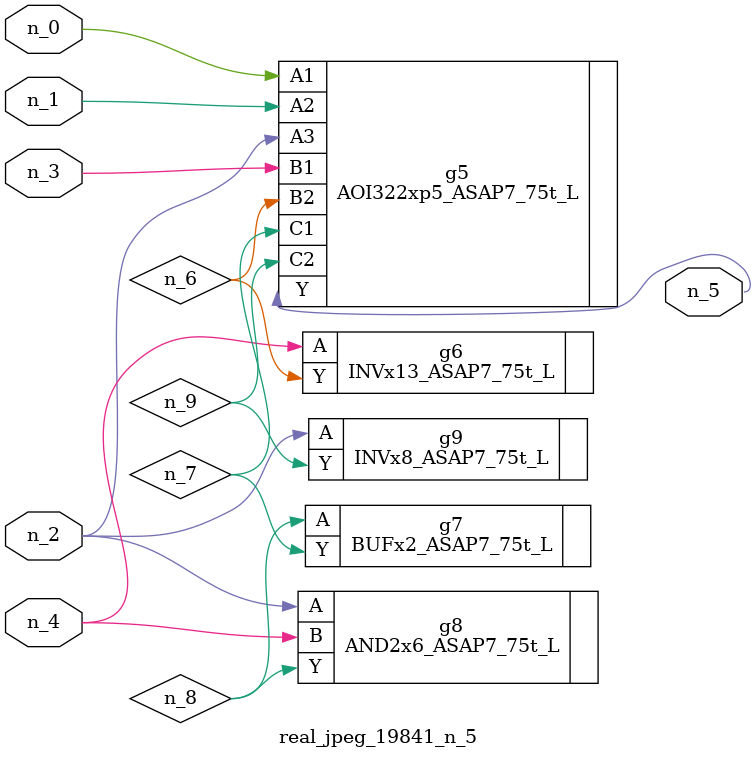
<source format=v>
module real_jpeg_19841_n_5 (n_4, n_0, n_1, n_2, n_3, n_5);

input n_4;
input n_0;
input n_1;
input n_2;
input n_3;

output n_5;

wire n_8;
wire n_6;
wire n_7;
wire n_9;

AOI322xp5_ASAP7_75t_L g5 ( 
.A1(n_0),
.A2(n_1),
.A3(n_2),
.B1(n_3),
.B2(n_6),
.C1(n_7),
.C2(n_9),
.Y(n_5)
);

AND2x6_ASAP7_75t_L g8 ( 
.A(n_2),
.B(n_4),
.Y(n_8)
);

INVx8_ASAP7_75t_L g9 ( 
.A(n_2),
.Y(n_9)
);

INVx13_ASAP7_75t_L g6 ( 
.A(n_4),
.Y(n_6)
);

BUFx2_ASAP7_75t_L g7 ( 
.A(n_8),
.Y(n_7)
);


endmodule
</source>
